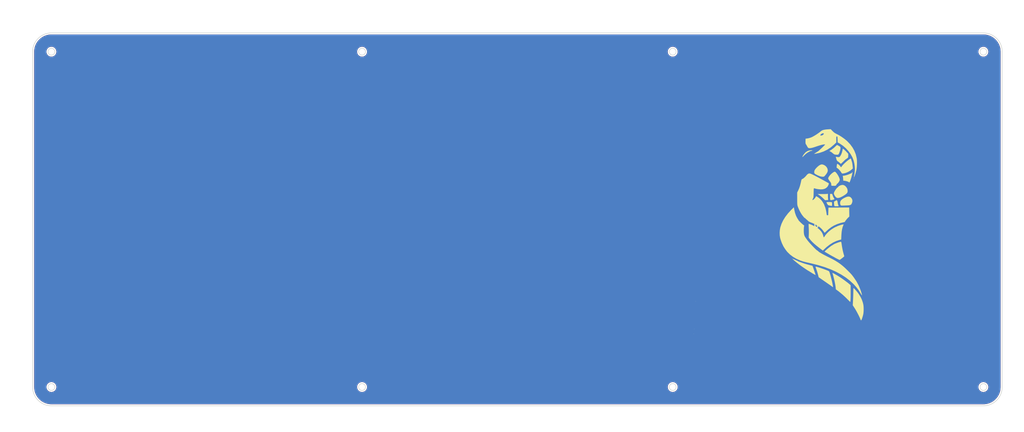
<source format=kicad_pcb>
(kicad_pcb (version 20240108) (generator "pcbnew") (generator_version "8.0")
  (layers (0 "F.Cu" signal) (31 "B.Cu" signal) (34 "B.Paste" user) (35 "F.Paste" user) (36 "B.SilkS" user "B.Silkscreen") (37 "F.SilkS" user "F.Silkscreen") (38 "B.Mask" user) (39 "F.Mask" user) (44 "Edge.Cuts" user))
  (net 0 "")
  (footprint "local:boethia_logo" (layer "F.Cu") (at 268.351 78.867)
    (property "Reference" "G***" (at 0 0 0) (layer "F.SilkS") (effects (font (size 1.5 1.5) (thickness 0.3))))
    (property "Value" "LOGO" (hide yes))
    (fp_poly (pts (xy -40.77592 34.786956) (xy -40.818395 34.829431) (xy -40.86087 34.786956) (xy -40.818395 34.744481)) (fill solid) (layer "F.SilkS"))
    (fp_poly (pts (xy -40.69097 33.257859) (xy -40.733445 33.300334) (xy -40.77592 33.257859) (xy -40.733445 33.215385)) (fill solid) (layer "F.SilkS"))
    (fp_poly (pts (xy -40.181271 24.338127) (xy -40.223746 24.380602) (xy -40.266221 24.338127) (xy -40.223746 24.295652)) (fill solid) (layer "F.SilkS"))
    (fp_poly (pts (xy -9.514381 10.576254) (xy -9.556856 10.618729) (xy -9.599331 10.576254) (xy -9.556856 10.533779)) (fill solid) (layer "F.SilkS"))
    (fp_poly (pts (xy 12.997324 22.63913) (xy 12.954849 22.681605) (xy 12.912374 22.63913) (xy 12.954849 22.596655)) (fill solid) (layer "F.SilkS"))
    (fp_poly (pts (xy -2.746711 -23.927536) (xy -2.758372 -23.877034) (xy -2.803345 -23.870903) (xy -2.873268 -23.901985) (xy -2.859978 -23.927536) (xy -2.759162 -23.937703)) (fill solid) (layer "F.SilkS"))
    (fp_poly (pts (xy 10.335563 -15.177704) (xy 10.323902 -15.127201) (xy 10.27893 -15.12107) (xy 10.209006 -15.152152) (xy 10.222296 -15.177704) (xy 10.323112 -15.18787)) (fill solid) (layer "F.SilkS"))
    (fp_poly (pts (xy 10.252278 -14.981247) (xy 10.236455 -14.951171) (xy 10.156414 -14.870043) (xy 10.141478 -14.866221) (xy 10.135682 -14.921094) (xy 10.151505 -14.951171) (xy 10.231546 -15.032298) (xy 10.246482 -15.036121)) (fill solid) (layer "F.SilkS"))
    (fp_poly (pts (xy 2.001914 -9.543109) (xy 2.006704 -9.156659) (xy 2.025177 -8.732169) (xy 2.038796 -8.537458) (xy 2.081271 -8.027759) (xy 1.587571 -8.002126) (xy 1.093871 -7.976493) (xy 0.440748 -8.608641) (xy 0.098124 -8.922103) (xy -0.273797 -9.233423) (xy -0.616119 -9.494328) (xy -0.756481 -9.589959) (xy -1.300588 -9.939131) (xy 0.103636 -9.939131) (xy 0.594341 -9.942101) (xy 1.042205 -9.950309) (xy 1.412224 -9.962695) (xy 1.669393 -9.978204) (xy 1.757684 -9.989095) (xy 2.007508 -10.03906)) (fill solid) (layer "F.SilkS"))
    (fp_poly (pts (xy 3.558016 -9.388857) (xy 3.682782 -9.071766) (xy 3.812087 -8.801118) (xy 3.918764 -8.633526) (xy 3.922398 -8.629528) (xy 4.039461 -8.467685) (xy 4.077592 -8.358128) (xy 3.99698 -8.257858) (xy 3.771989 -8.157682) (xy 3.427885 -8.06698) (xy 3.165795 -8.019616) (xy 2.929559 -7.995937) (xy 2.804437 -8.029201) (xy 2.741045 -8.123315) (xy 2.713172 -8.273733) (xy 2.691257 -8.54851) (xy 2.678238 -8.902132) (xy 2.67592 -9.132107) (xy 2.67592 -9.981605) (xy 3.012374 -9.981605) (xy 3.348828 -9.981605)) (fill solid) (layer "F.SilkS"))
    (fp_poly (pts (xy 4.945191 -7.814127) (xy 5.055211 -7.592432) (xy 5.09699 -7.352251) (xy 5.130165 -7.065115) (xy 5.217924 -6.694039) (xy 5.342618 -6.308863) (xy 5.393192 -6.1801) (xy 5.408264 -6.106525) (xy 5.358036 -6.062114) (xy 5.212234 -6.039669) (xy 4.940581 -6.031992) (xy 4.767898 -6.031438) (xy 4.427863 -6.03379) (xy 4.220255 -6.048624) (xy 4.1076 -6.087613) (xy 4.052427 -6.162426) (xy 4.022567 -6.263573) (xy 3.988989 -6.478059) (xy 3.964749 -6.782173) (xy 3.957236 -6.99921) (xy 3.950167 -7.502713) (xy 4.37178 -7.752152) (xy 4.793392 -8.00159)) (fill solid) (layer "F.SilkS"))
    (fp_poly (pts (xy 2.734301 -7.384622) (xy 3.026402 -7.368425) (xy 3.211604 -7.344806) (xy 3.256444 -7.326923) (xy 3.292312 -7.191661) (xy 3.315474 -6.961023) (xy 3.325286 -6.688534) (xy 3.321103 -6.427719) (xy 3.302279 -6.232104) (xy 3.270568 -6.155481) (xy 3.14695 -6.159831) (xy 2.912485 -6.191228) (xy 2.67592 -6.232233) (xy 2.381672 -6.297568) (xy 2.144518 -6.36736) (xy 2.038796 -6.413712) (xy 1.937144 -6.529604) (xy 1.802105 -6.739076) (xy 1.666936 -6.982571) (xy 1.564895 -7.200532) (xy 1.528861 -7.326923) (xy 1.607892 -7.353741) (xy 1.820722 -7.374989) (xy 2.131272 -7.387947) (xy 2.373582 -7.390636)) (fill solid) (layer "F.SilkS"))
    (fp_poly (pts (xy 9.003863 -9.059507) (xy 9.311226 -8.857478) (xy 9.372406 -8.800857) (xy 9.674422 -8.400368) (xy 9.818511 -7.947075) (xy 9.802974 -7.454946) (xy 9.626115 -6.937947) (xy 9.604145 -6.894379) (xy 9.460497 -6.66287) (xy 9.288147 -6.504082) (xy 9.052014 -6.403081) (xy 8.717019 -6.344931) (xy 8.248081 -6.3147) (xy 8.241942 -6.314462) (xy 7.793157 -6.296693) (xy 7.320109 -6.27711) (xy 6.908288 -6.259274) (xy 6.818755 -6.255223) (xy 6.471299 -6.248408) (xy 6.252566 -6.270819) (xy 6.122998 -6.328273) (xy 6.086854 -6.362857) (xy 5.937384 -6.655792) (xy 5.886917 -7.056562) (xy 5.911454 -7.368172) (xy 6.037865 -7.735098) (xy 6.309042 -8.081826) (xy 6.733892 -8.417492) (xy 7.198191 -8.688281) (xy 7.777058 -8.960113) (xy 8.257287 -9.111887) (xy 8.659386 -9.144664)) (fill solid) (layer "F.SilkS"))
    (fp_poly (pts (xy 0.238358 -19.411767) (xy 0.764198 -19.238202) (xy 1.222833 -18.94254) (xy 1.589795 -18.552062) (xy 1.840614 -18.094052) (xy 1.950822 -17.595793) (xy 1.953846 -17.49901) (xy 1.9045 -17.146151) (xy 1.748024 -16.767302) (xy 1.471758 -16.337144) (xy 1.200564 -15.992238) (xy 0.982204 -15.737484) (xy 0.822994 -15.587133) (xy 0.676499 -15.51248) (xy 0.496285 -15.48482) (xy 0.37095 -15.47939) (xy 0.042839 -15.500681) (xy -0.329514 -15.569151) (xy -0.509699 -15.619555) (xy -0.954534 -15.788154) (xy -1.431452 -16.005932) (xy -1.870371 -16.238927) (xy -2.144983 -16.411997) (xy -2.288216 -16.537408) (xy -2.357555 -16.690186) (xy -2.378121 -16.934161) (xy -2.378595 -17.005607) (xy -2.341327 -17.313302) (xy -2.219225 -17.621896) (xy -1.996848 -17.955728) (xy -1.658752 -18.339137) (xy -1.320251 -18.673582) (xy -0.833288 -19.075293) (xy -0.378872 -19.327136) (xy 0.034055 -19.424876)) (fill solid) (layer "F.SilkS"))
    (fp_poly (pts (xy 7.083226 -12.793349) (xy 7.489572 -12.55348) (xy 7.643053 -12.415028) (xy 7.976878 -12.025027) (xy 8.181108 -11.623664) (xy 8.286502 -11.159523) (xy 8.304512 -10.785503) (xy 8.235093 -10.475997) (xy 8.059145 -10.197897) (xy 7.757567 -9.918095) (xy 7.436927 -9.686857) (xy 6.728608 -9.243202) (xy 6.106373 -8.925234) (xy 5.575321 -8.734845) (xy 5.140554 -8.673932) (xy 4.849509 -8.725767) (xy 4.576895 -8.905855) (xy 4.311121 -9.202749) (xy 4.085899 -9.565493) (xy 3.934941 -9.943133) (xy 3.892646 -10.172015) (xy 3.927075 -10.365941) (xy 4.038789 -10.634453) (xy 4.206952 -10.946989) (xy 4.410727 -11.272986) (xy 4.629279 -11.581884) (xy 4.841771 -11.84312) (xy 5.027366 -12.026131) (xy 5.165229 -12.100357) (xy 5.202201 -12.092829) (xy 5.25306 -12.090587) (xy 5.235949 -12.129164) (xy 5.257473 -12.239909) (xy 5.404218 -12.387061) (xy 5.64247 -12.546977) (xy 5.938515 -12.696019) (xy 6.169194 -12.783541) (xy 6.64817 -12.868768)) (fill solid) (layer "F.SilkS"))
    (fp_poly (pts (xy 5.178254 -25.516692) (xy 5.386086 -25.413458) (xy 5.51774 -25.318076) (xy 5.52826 -25.3045) (xy 5.613037 -25.239771) (xy 5.63467 -25.244082) (xy 5.753166 -25.226668) (xy 5.883041 -25.096392) (xy 5.987922 -24.903443) (xy 6.031435 -24.69801) (xy 6.031438 -24.696606) (xy 6.002179 -24.395686) (xy 5.923781 -24.023618) (xy 5.810316 -23.622313) (xy 5.675852 -23.233678) (xy 5.534462 -22.899625) (xy 5.400215 -22.662063) (xy 5.319726 -22.576719) (xy 5.166061 -22.537083) (xy 4.905424 -22.522021) (xy 4.598793 -22.530437) (xy 4.307145 -22.561231) (xy 4.135997 -22.59803) (xy 3.940672 -22.69555) (xy 3.693043 -22.869885) (xy 3.528556 -23.009442) (xy 3.250175 -23.238839) (xy 2.948361 -23.447636) (xy 2.800454 -23.532578) (xy 2.440874 -23.716023) (xy 2.859895 -23.955336) (xy 3.113374 -24.112349) (xy 3.315086 -24.259005) (xy 3.391331 -24.3301) (xy 3.513608 -24.441127) (xy 3.573998 -24.465552) (xy 3.661653 -24.520578) (xy 3.841538 -24.668871) (xy 4.084075 -24.885249) (xy 4.263724 -25.052763) (xy 4.883198 -25.639975)) (fill solid) (layer "F.SilkS"))
    (fp_poly (pts (xy -3.153537 -23.942174) (xy -3.000986 -23.907224) (xy -2.973244 -23.880357) (xy -3.046033 -23.824485) (xy -3.218991 -23.763687) (xy -3.424009 -23.716439) (xy -3.592975 -23.701216) (xy -3.62141 -23.704541) (xy -3.716058 -23.659308) (xy -3.728295 -23.644547) (xy -3.828296 -23.569682) (xy -4.030663 -23.452162) (xy -4.205017 -23.361204) (xy -4.452816 -23.22502) (xy -4.636739 -23.101473) (xy -4.6977 -23.042642) (xy -4.809455 -22.945938) (xy -4.850463 -22.936455) (xy -4.94329 -22.879952) (xy -5.124748 -22.727813) (xy -5.364905 -22.506098) (xy -5.533491 -22.341806) (xy -5.789213 -22.090663) (xy -5.99738 -21.891982) (xy -6.130744 -21.771441) (xy -6.164411 -21.747157) (xy -6.161974 -21.815295) (xy -6.11217 -21.970627) (xy -5.995788 -22.201975) (xy -5.814815 -22.478617) (xy -5.594949 -22.770357) (xy -5.361886 -23.047) (xy -5.141324 -23.278347) (xy -4.958961 -23.434204) (xy -4.840493 -23.484374) (xy -4.827855 -23.4798) (xy -4.760319 -23.497294) (xy -4.757191 -23.519987) (xy -4.680759 -23.605947) (xy -4.481012 -23.705355) (xy -4.202272 -23.80403) (xy -3.888863 -23.887793) (xy -3.585108 -23.942463) (xy -3.394807 -23.955853)) (fill solid) (layer "F.SilkS"))
    (fp_poly (pts (xy 10.292958 20.196782) (xy 10.479227 20.370515) (xy 10.722314 20.628385) (xy 10.999702 20.944469) (xy 11.288876 21.292841) (xy 11.567317 21.64758) (xy 11.812508 21.982759) (xy 11.886283 22.090624) (xy 12.429278 22.980107) (xy 12.842525 23.842698) (xy 13.147764 24.728432) (xy 13.298882 25.341841) (xy 13.370648 25.829659) (xy 13.409732 26.425104) (xy 13.41628 27.069106) (xy 13.390442 27.702595) (xy 13.332365 28.266501) (xy 13.290951 28.505515) (xy 13.199927 28.892565) (xy 13.085569 29.300932) (xy 12.959878 29.69591) (xy 12.834854 30.042795) (xy 12.7225 30.306882) (xy 12.634815 30.453466) (xy 12.611327 30.470877) (xy 12.53091 30.417583) (xy 12.438184 30.249671) (xy 12.411382 30.179669) (xy 12.273676 29.834624) (xy 12.066824 29.380494) (xy 11.809618 28.853562) (xy 11.520853 28.290113) (xy 11.219323 27.726431) (xy 10.92382 27.1988) (xy 10.653139 26.743505) (xy 10.536035 26.558995) (xy 9.933565 25.636719) (xy 10.021248 24.09545) (xy 10.051755 23.483281) (xy 10.077652 22.818807) (xy 10.096922 22.165368) (xy 10.107544 21.586303) (xy 10.108981 21.343645) (xy 10.114083 20.911247) (xy 10.128082 20.547394) (xy 10.14907 20.282054) (xy 10.17514 20.145195) (xy 10.186026 20.13311)) (fill solid) (layer "F.SilkS"))
    (fp_poly (pts (xy -1.823301 13.27736) (xy -1.564802 13.337748) (xy -1.200047 13.440825) (xy -0.755357 13.577866) (xy -0.257054 13.740145) (xy 0.268541 13.918938) (xy 0.795105 14.105518) (xy 1.296317 14.291161) (xy 1.745856 14.467141) (xy 2.042899 14.591738) (xy 2.221449 14.674197) (xy 2.344315 14.758763) (xy 2.434937 14.881973) (xy 2.516754 15.080367) (xy 2.613206 15.390481) (xy 2.661923 15.556693) (xy 2.766856 15.918935) (xy 2.85649 16.234121) (xy 2.917951 16.456706) (xy 2.934984 16.522742) (xy 2.973206 16.676405) (xy 3.042444 16.948635) (xy 3.130996 17.293556) (xy 3.183167 17.495599) (xy 3.27118 17.857041) (xy 3.361982 18.265836) (xy 3.449144 18.688084) (xy 3.526235 19.089886) (xy 3.586827 19.437342) (xy 3.624488 19.696552) (xy 3.63279 19.833618) (xy 3.628896 19.845575) (xy 3.554175 19.814535) (xy 3.398649 19.70785) (xy 3.352928 19.672952) (xy 3.218966 19.57458) (xy 2.965565 19.393993) (xy 2.613101 19.145502) (xy 2.181951 18.843417) (xy 1.692493 18.502047) (xy 1.165104 18.135702) (xy 1.072586 18.071585) (xy -0.955496 16.66655) (xy -1.197008 15.728692) (xy -1.330479 15.247738) (xy -1.489545 14.730303) (xy -1.649228 14.255723) (xy -1.727868 14.042741) (xy -1.845867 13.717822) (xy -1.925638 13.458268) (xy -1.95697 13.299799) (xy -1.949222 13.268387)) (fill solid) (layer "F.SilkS"))
    (fp_poly (pts (xy 6.97364 -24.334117) (xy 7.123402 -24.224773) (xy 7.352076 -24.020222) (xy 7.625622 -23.752173) (xy 7.847594 -23.520104) (xy 8.494983 -22.823253) (xy 8.493682 -22.263968) (xy 8.484071 -21.964152) (xy 8.460246 -21.730341) (xy 8.42997 -21.619249) (xy 8.327834 -21.519246) (xy 8.150991 -21.375138) (xy 7.951408 -21.225883) (xy 7.781053 -21.110438) (xy 7.694028 -21.067559) (xy 7.619002 -21.010894) (xy 7.449862 -20.856563) (xy 7.2116 -20.628056) (xy 6.929209 -20.348865) (xy 6.925836 -20.345485) (xy 6.640772 -20.065388) (xy 6.396589 -19.835932) (xy 6.219178 -19.680734) (xy 6.134429 -19.623413) (xy 6.134305 -19.623411) (xy 6.036443 -19.679723) (xy 5.876474 -19.820848) (xy 5.813719 -19.884212) (xy 5.568988 -20.106143) (xy 5.298966 -20.305479) (xy 5.26689 -20.325539) (xy 5.035186 -20.485468) (xy 4.88417 -20.656991) (xy 4.774571 -20.897096) (xy 4.697021 -21.152508) (xy 4.620533 -21.428387) (xy 4.55497 -21.663675) (xy 4.538506 -21.722376) (xy 4.516477 -21.843806) (xy 4.573944 -21.87496) (xy 4.750463 -21.834017) (xy 4.769547 -21.828563) (xy 5.060742 -21.771458) (xy 5.367376 -21.747166) (xy 5.371983 -21.747157) (xy 5.58232 -21.767272) (xy 5.738775 -21.852785) (xy 5.903186 -22.04145) (xy 5.943195 -22.095891) (xy 6.234468 -22.601251) (xy 6.475675 -23.230905) (xy 6.644473 -23.910409) (xy 6.747075 -24.451279)) (fill solid) (layer "F.SilkS"))
    (fp_poly (pts (xy 4.34287 -17.037738) (xy 4.557146 -16.851537) (xy 4.798216 -16.567091) (xy 5.047563 -16.214002) (xy 5.286671 -15.821877) (xy 5.497024 -15.420318) (xy 5.660105 -15.038931) (xy 5.757397 -14.70732) (xy 5.776589 -14.533691) (xy 5.75703 -14.318253) (xy 5.708054 -14.196636) (xy 5.686625 -14.186622) (xy 5.630236 -14.140421) (xy 5.639193 -14.117806) (xy 5.615974 -14.015264) (xy 5.508684 -13.835675) (xy 5.352229 -13.62328) (xy 5.181512 -13.422318) (xy 5.031439 -13.277031) (xy 4.93948 -13.230937) (xy 4.862527 -13.203811) (xy 4.863378 -13.177455) (xy 4.831274 -13.066697) (xy 4.725041 -12.885991) (xy 4.690935 -12.837656) (xy 4.5851 -12.704409) (xy 4.478313 -12.625488) (xy 4.324666 -12.586685) (xy 4.078249 -12.573792) (xy 3.834357 -12.572575) (xy 3.513572 -12.579375) (xy 3.26194 -12.59739) (xy 3.12493 -12.62304) (xy 3.114827 -12.629209) (xy 3.080366 -12.742042) (xy 3.060289 -12.959405) (xy 3.058194 -13.062971) (xy 3.016074 -13.394675) (xy 2.86631 -13.684529) (xy 2.817755 -13.749648) (xy 2.62554 -14.006918) (xy 2.406681 -14.313627) (xy 2.302281 -14.465172) (xy 2.147513 -14.708944) (xy 2.080626 -14.877368) (xy 2.085665 -15.029574) (xy 2.118931 -15.14477) (xy 2.275006 -15.460289) (xy 2.530093 -15.813965) (xy 2.852346 -16.175559) (xy 3.20992 -16.514831) (xy 3.57097 -16.801542) (xy 3.903649 -17.005453) (xy 4.173904 -17.096087)) (fill solid) (layer "F.SilkS"))
    (fp_poly (pts (xy 9.32559 -21.248947) (xy 9.413297 -21.06381) (xy 9.499268 -20.819867) (xy 9.552286 -20.616505) (xy 9.603381 -20.448362) (xy 9.626751 -20.38796) (xy 9.71123 -20.10969) (xy 9.792212 -19.706005) (xy 9.861899 -19.221334) (xy 9.904027 -18.808135) (xy 9.960633 -18.129391) (xy 9.531187 -17.743283) (xy 9.007339 -17.344846) (xy 8.394584 -16.994501) (xy 7.759868 -16.72683) (xy 7.327541 -16.60486) (xy 6.949103 -16.528591) (xy 6.696874 -16.498347) (xy 6.5313 -16.522895) (xy 6.412825 -16.610997) (xy 6.301896 -16.771419) (xy 6.260449 -16.841304) (xy 5.988054 -17.242712) (xy 5.652586 -17.645472) (xy 5.304048 -17.99341) (xy 5.065623 -18.183583) (xy 4.767215 -18.388055) (xy 4.815586 -18.942021) (xy 4.850676 -19.238601) (xy 4.894677 -19.467645) (xy 4.934567 -19.573258) (xy 5.047711 -19.583152) (xy 5.236675 -19.493627) (xy 5.46408 -19.331962) (xy 5.692545 -19.125433) (xy 5.884691 -18.901316) (xy 5.914577 -18.858138) (xy 6.05649 -18.65963) (xy 6.164069 -18.53757) (xy 6.194311 -18.519064) (xy 6.269651 -18.584821) (xy 6.383574 -18.746631) (xy 6.405153 -18.7823) (xy 6.585164 -19.027419) (xy 6.870884 -19.346577) (xy 7.232693 -19.711093) (xy 7.640968 -20.092288) (xy 8.066086 -20.461483) (xy 8.478425 -20.789997) (xy 8.480381 -20.791472) (xy 8.779731 -21.012013) (xy 9.030964 -21.187785) (xy 9.202273 -21.297074) (xy 9.258172 -21.322408)) (fill solid) (layer "F.SilkS"))
    (fp_poly (pts (xy 9.839034 -16.913874) (xy 9.823669 -16.761456) (xy 9.809386 -16.674341) (xy 9.696188 -16.106439) (xy 9.541279 -15.480498) (xy 9.364158 -14.868347) (xy 9.184326 -14.341818) (xy 9.157101 -14.271572) (xy 9.038573 -13.974777) (xy 8.946221 -13.748628) (xy 8.895709 -13.631315) (xy 8.891112 -13.623096) (xy 8.821721 -13.659601) (xy 8.672835 -13.763525) (xy 8.664883 -13.769414) (xy 8.435155 -13.890216) (xy 8.099591 -14.009616) (xy 7.721474 -14.109922) (xy 7.364084 -14.173441) (xy 7.172552 -14.186622) (xy 6.905214 -14.186622) (xy 6.896118 -14.314047) (xy 6.965886 -14.314047) (xy 7.008361 -14.271572) (xy 7.050836 -14.314047) (xy 7.135786 -14.314047) (xy 7.178261 -14.271572) (xy 7.220736 -14.314047) (xy 7.178261 -14.356522) (xy 7.135786 -14.314047) (xy 7.050836 -14.314047) (xy 7.008361 -14.356522) (xy 6.965886 -14.314047) (xy 6.896118 -14.314047) (xy 6.858219 -14.844983) (xy 6.828211 -15.18065) (xy 6.792083 -15.462977) (xy 6.756935 -15.637983) (xy 6.752042 -15.652007) (xy 6.740252 -15.757847) (xy 6.845728 -15.797364) (xy 6.943209 -15.800669) (xy 7.253633 -15.83372) (xy 7.663765 -15.922464) (xy 8.119098 -16.051291) (xy 8.565129 -16.204588) (xy 8.94735 -16.366746) (xy 8.985416 -16.385592) (xy 9.251416 -16.507013) (xy 9.458186 -16.577704) (xy 9.560254 -16.582518) (xy 9.590792 -16.579842) (xy 9.574827 -16.613777) (xy 9.592817 -16.729664) (xy 9.693033 -16.850325) (xy 9.801346 -16.934638)) (fill solid) (layer "F.SilkS"))
    (fp_poly (pts (xy 3.453692 15.248495) (xy 3.592258 15.343024) (xy 3.624493 15.352311) (xy 3.751305 15.405992) (xy 3.991812 15.532449) (xy 4.315869 15.714036) (xy 4.693333 15.933107) (xy 5.09406 16.172016) (xy 5.487905 16.413116) (xy 5.844725 16.63876) (xy 6.031438 16.761349) (xy 6.441669 17.042655) (xy 6.904362 17.370874) (xy 7.387919 17.722493) (xy 7.860742 18.073997) (xy 8.291232 18.401871) (xy 8.647792 18.682602) (xy 8.898822 18.892675) (xy 8.915192 18.907342) (xy 9.259532 19.218432) (xy 9.258597 21.565905) (xy 9.255845 22.411372) (xy 9.24793 23.098171) (xy 9.234258 23.637471) (xy 9.214233 24.040443) (xy 9.187258 24.318255) (xy 9.152737 24.482079) (xy 9.110076 24.543083) (xy 9.099754 24.543842) (xy 9.025065 24.483846) (xy 8.854305 24.323002) (xy 8.609423 24.082682) (xy 8.312367 23.784257) (xy 8.155184 23.624081) (xy 7.753562 23.22505) (xy 7.305832 22.799741) (xy 6.864626 22.397099) (xy 6.482574 22.066068) (xy 6.457246 22.045057) (xy 6.137569 21.780263) (xy 5.860336 21.549394) (xy 5.654947 21.377016) (xy 5.550803 21.287697) (xy 5.550101 21.28706) (xy 5.430967 21.192421) (xy 5.219966 21.036354) (xy 4.987231 20.869974) (xy 4.52554 20.544964) (xy 4.471095 19.959153) (xy 4.405262 19.441747) (xy 4.296699 18.806024) (xy 4.155067 18.095291) (xy 3.990023 17.352852) (xy 3.811227 16.622011) (xy 3.628339 15.946075) (xy 3.451018 15.368347) (xy 3.439314 15.333445) (xy 3.420401 15.232597)) (fill solid) (layer "F.SilkS"))
    (fp_poly (pts (xy 6.218535 5.335057) (xy 6.267873 5.454347) (xy 6.322716 5.693655) (xy 6.37207 6.003902) (xy 6.37695 6.042342) (xy 6.477267 6.734499) (xy 6.61084 7.482696) (xy 6.764739 8.222473) (xy 6.926035 8.889371) (xy 7.005193 9.174582) (xy 7.100192 9.504287) (xy 7.173614 9.770698) (xy 7.214302 9.932819) (xy 7.218953 9.960156) (xy 7.156663 10.039355) (xy 6.99066 10.191001) (xy 6.75511 10.388271) (xy 6.48418 10.60434) (xy 6.212038 10.812383) (xy 5.97285 10.985577) (xy 5.800782 11.097097) (xy 5.73638 11.124128) (xy 5.627746 11.085797) (xy 5.405067 10.985966) (xy 5.105018 10.841555) (xy 4.884615 10.73116) (xy 4.558725 10.56255) (xy 4.292993 10.419539) (xy 4.121924 10.321013) (xy 4.077592 10.289473) (xy 3.980329 10.224058) (xy 3.78601 10.122289) (xy 3.695318 10.079124) (xy 3.506275 9.982184) (xy 3.205093 9.816746) (xy 2.825325 9.601715) (xy 2.400525 9.355997) (xy 2.136397 9.200761) (xy 0.917276 8.479728) (xy 1.159474 8.220754) (xy 1.38519 7.999433) (xy 1.694444 7.722901) (xy 2.052608 7.419273) (xy 2.425056 7.116661) (xy 2.777159 6.843178) (xy 3.074291 6.626936) (xy 3.281824 6.496049) (xy 3.28735 6.493201) (xy 3.496788 6.379875) (xy 3.633138 6.293661) (xy 3.652843 6.276191) (xy 3.791784 6.170996) (xy 4.046004 6.037074) (xy 4.381755 5.886804) (xy 4.765291 5.732564) (xy 5.162863 5.586733) (xy 5.540725 5.461692) (xy 5.865128 5.369818) (xy 6.102325 5.323491)) (fill solid) (layer "F.SilkS"))
    (fp_poly (pts (xy -9.373171 10.682441) (xy -9.276994 10.780955) (xy -9.240436 10.788629) (xy -9.128356 10.823051) (xy -8.902641 10.915349) (xy -8.602435 11.049066) (xy -8.432159 11.128428) (xy -8.110775 11.276783) (xy -7.845795 11.392306) (xy -7.675523 11.458623) (xy -7.637152 11.468227) (xy -7.561604 11.527235) (xy -7.560535 11.539019) (xy -7.492846 11.608097) (xy -7.454348 11.614718) (xy -7.335814 11.645585) (xy -7.095768 11.725509) (xy -6.770975 11.841789) (xy -6.456187 11.959551) (xy -5.985559 12.128223) (xy -5.431381 12.310629) (xy -4.875243 12.480553) (xy -4.544816 12.573652) (xy -4.142519 12.682613) (xy -3.793231 12.778627) (xy -3.533546 12.851538) (xy -3.400057 12.891192) (xy -3.397993 12.891897) (xy -3.197697 12.94116) (xy -3.121948 12.952444) (xy -2.979588 12.984135) (xy -2.944285 13.004362) (xy -2.899306 13.103887) (xy -2.81403 13.329909) (xy -2.698758 13.651919) (xy -2.563794 14.039405) (xy -2.419441 14.461859) (xy -2.276003 14.888769) (xy -2.143784 15.289624) (xy -2.033085 15.633916) (xy -1.954211 15.891132) (xy -1.917465 16.030764) (xy -1.916846 16.046835) (xy -1.951247 16.018526) (xy -1.953846 15.984727) (xy -2.020084 15.891763) (xy -2.055092 15.885619) (xy -2.167648 15.844592) (xy -2.380046 15.738266) (xy -2.648296 15.591775) (xy -2.928407 15.430254) (xy -3.176388 15.278834) (xy -3.348249 15.16265) (xy -3.397993 15.118368) (xy -3.505 15.048695) (xy -3.631605 14.99937) (xy -3.779802 14.923789) (xy -3.822743 14.860496) (xy -3.888886 14.785185) (xy -3.918572 14.781271) (xy -4.032294 14.734175) (xy -4.261462 14.60284) (xy -4.58357 14.402195) (xy -4.976108 14.147169) (xy -5.416568 13.852691) (xy -5.882443 13.53369) (xy -6.351225 13.205094) (xy -6.800404 12.881833) (xy -6.965886 12.760079) (xy -7.382331 12.44515) (xy -5.521739 12.44515) (xy -5.479264 12.487625) (xy -5.436789 12.44515) (xy -5.479264 12.402675) (xy -5.521739 12.44515) (xy -7.382331 12.44515) (xy -7.435822 12.404698) (xy -7.897608 12.042503) (xy -8.331796 11.690072) (xy -8.718939 11.363981) (xy -9.039588 11.080807) (xy -9.274295 10.857128) (xy -9.403611 10.70952) (xy -9.422725 10.665962) (xy -9.394298 10.642884)) (fill solid) (layer "F.SilkS"))
    (fp_poly (pts (xy -4.012487 -0.394086) (xy -3.781591 -0.314143) (xy -3.49102 -0.202992) (xy -3.185316 -0.078704) (xy -2.909016 0.040651) (xy -2.706663 0.137002) (xy -2.623947 0.190013) (xy -2.550987 0.251918) (xy -2.538997 0.24964) (xy -2.421359 0.252952) (xy -2.260902 0.318166) (xy -2.141664 0.405819) (xy -2.123746 0.444632) (xy -2.090998 0.499162) (xy -2.072992 0.487262) (xy -1.966432 0.492705) (xy -1.763722 0.593808) (xy -1.493224 0.770627) (xy -1.183297 1.003222) (xy -0.862302 1.27165) (xy -0.571694 1.542917) (xy -0.091965 2.089349) (xy 0.248046 2.65035) (xy 0.475327 3.273283) (xy 0.521646 3.461706) (xy 0.587964 3.709032) (xy 0.65218 3.870979) (xy 0.68583 3.907692) (xy 0.76162 3.841152) (xy 0.890706 3.669221) (xy 1.003455 3.495736) (xy 1.316188 3.060264) (xy 1.735817 2.581126) (xy 2.222358 2.100048) (xy 2.735825 1.658756) (xy 2.845819 1.573146) (xy 3.131098 1.366968) (xy 3.453737 1.151758) (xy 3.78402 0.944969) (xy 4.092233 0.764051) (xy 4.348657 0.626455) (xy 4.523578 0.549633) (xy 4.587291 0.550446) (xy 4.635566 0.547199) (xy 4.707744 0.486332) (xy 4.844714 0.404775) (xy 5.103592 0.293578) (xy 5.442181 0.167099) (xy 5.818284 0.039693) (xy 6.189704 -0.074282) (xy 6.514245 -0.16047) (xy 6.73246 -0.20255) (xy 7.036047 -0.240204) (xy 6.904288 0.071035) (xy 6.681005 0.683918) (xy 6.512928 1.349879) (xy 6.39385 2.102462) (xy 6.317563 2.975209) (xy 6.298553 3.344176) (xy 6.243813 4.607081) (xy 5.649164 4.759332) (xy 4.636974 5.095601) (xy 3.615488 5.582731) (xy 2.610826 6.205415) (xy 1.649107 6.948346) (xy 1.162805 7.388424) (xy 0.382274 8.134567) (xy 0.127425 7.948501) (xy -0.857017 7.21271) (xy -1.700243 6.544863) (xy -2.412482 5.935898) (xy -3.003967 5.376757) (xy -3.484928 4.858378) (xy -3.783663 4.484982) (xy -4.143073 4.000398) (xy -4.105089 2.91341) (xy -4.095658 2.365829) (xy -4.099909 1.736732) (xy -4.116588 1.113847) (xy -4.136666 0.700836) (xy -4.157544 0.286338) (xy -4.165933 -0.059397) (xy -4.161763 -0.305256) (xy -4.144965 -0.420127) (xy -4.139169 -0.424749)) (fill solid) (layer "F.SilkS"))
    (fp_poly (pts (xy -8.739788 -4.912236) (xy -8.505579 -3.902937) (xy -8.187144 -2.999257) (xy -7.792765 -2.223319) (xy -7.651228 -2.004668) (xy -7.505995 -1.783443) (xy -7.411394 -1.619894) (xy -7.390636 -1.566581) (xy -7.331649 -1.475803) (xy -7.173905 -1.30036) (xy -6.946224 -1.067792) (xy -6.677428 -0.805635) (xy -6.396338 -0.541428) (xy -6.131776 -0.302709) (xy -5.912564 -0.117016) (xy -5.767522 -0.011887) (xy -5.758251 -0.006887) (xy -5.608114 0.092118) (xy -5.563893 0.169182) (xy -5.564864 0.170951) (xy -5.616293 0.338003) (xy -5.659132 0.633823) (xy -5.691218 1.017404) (xy -5.710389 1.447735) (xy -5.714482 1.883807) (xy -5.701335 2.284612) (xy -5.686232 2.472658) (xy -5.646628 2.806554) (xy -5.594967 3.085171) (xy -5.516645 3.33869) (xy -5.397055 3.597291) (xy -5.221593 3.891156) (xy -4.975651 4.250466) (xy -4.644625 4.705404) (xy -4.532134 4.857499) (xy -4.323021 5.122525) (xy -4.04297 5.452687) (xy -3.710974 5.828031) (xy -3.346025 6.228603) (xy -2.967116 6.634448) (xy -2.59324 7.025613) (xy -2.243389 7.382143) (xy -1.936557 7.684084) (xy -1.691735 7.911481) (xy -1.527917 8.044381) (xy -1.473824 8.07064) (xy -1.374862 8.124037) (xy -1.20065 8.260185) (xy -1.078383 8.367964) (xy -0.891499 8.535694) (xy -0.763373 8.643348) (xy -0.730905 8.664883) (xy -0.652757 8.705913) (xy -0.461867 8.816388) (xy -0.190606 8.977386) (xy 0.007678 9.096656) (xy 0.311207 9.270545) (xy 0.730529 9.497363) (xy 1.22786 9.757374) (xy 1.765418 10.03084) (xy 2.305419 10.298025) (xy 2.33612 10.312963) (xy 3.409472 10.853596) (xy 4.351876 11.373122) (xy 5.196416 11.894698) (xy 5.976176 12.441479) (xy 6.724239 13.036624) (xy 7.473691 13.703288) (xy 8.234557 14.441471) (xy 8.656351 14.864846) (xy 8.980873 15.192618) (xy 9.230488 15.449818) (xy 9.42756 15.66148) (xy 9.594453 15.852638) (xy 9.753532 16.048323) (xy 9.927161 16.27357) (xy 10.137704 16.55341) (xy 10.222926 16.667112) (xy 11.109531 17.975687) (xy 11.836767 19.327032) (xy 12.413089 20.737439) (xy 12.5515 21.154438) (xy 12.720222 21.702723) (xy 12.829556 22.094991) (xy 12.878427 22.334801) (xy 12.865764 22.425714) (xy 12.790493 22.371292) (xy 12.651542 22.175093) (xy 12.447837 21.840678) (xy 12.379827 21.724101) (xy 11.756439 20.740812) (xy 11.059097 19.826654) (xy 10.245496 18.926732) (xy 10.14493 18.824068) (xy 8.954893 17.724403) (xy 7.636578 16.708624) (xy 6.186365 15.774976) (xy 4.600635 14.921705) (xy 2.875767 14.147058) (xy 1.008142 13.44928) (xy -1.00586 12.826617) (xy -3.16986 12.277314) (xy -3.535407 12.194977) (xy -4.285009 12.027121) (xy -4.897459 11.884833) (xy -5.402134 11.759989) (xy -5.828408 11.644463) (xy -6.205656 11.53013) (xy -6.563253 11.408866) (xy -6.930573 11.272546) (xy -7.08066 11.214386) (xy -8.167113 10.718422) (xy -9.183537 10.113286) (xy -10.101599 9.418768) (xy -10.892971 8.654656) (xy -11.119372 8.393172) (xy -11.368681 8.072987) (xy -11.633501 7.702993) (xy -11.891564 7.317884) (xy -12.120604 6.952359) (xy -12.298357 6.641111) (xy -12.402555 6.418838) (xy -12.416936 6.371237) (xy -12.472453 6.231178) (xy -12.496909 6.201338) (xy -12.565766 6.08832) (xy -12.67085 5.85) (xy -12.798743 5.523559) (xy -12.936027 5.146179) (xy -13.069286 4.755042) (xy -13.185101 4.387331) (xy -13.270056 4.080226) (xy -13.28466 4.018347) (xy -13.397191 3.26374) (xy -13.42439 2.429635) (xy -13.367688 1.582611) (xy -13.228516 0.789247) (xy -13.214003 0.730643) (xy -12.846031 -0.39187) (xy -12.312759 -1.516672) (xy -11.618536 -2.636838) (xy -10.767712 -3.745439) (xy -9.764636 -4.835547) (xy -9.6445 -4.954711) (xy -8.881989 -5.704405)) (fill solid) (layer "F.SilkS"))
    (fp_poly (pts (xy 3.336493 -30.232964) (xy 3.662827 -29.90397) (xy 3.932665 -29.66373) (xy 4.200759 -29.47258) (xy 4.521858 -29.290859) (xy 4.887877 -29.109114) (xy 5.567255 -28.744772) (xy 6.301029 -28.288061) (xy 7.034414 -27.776783) (xy 7.712621 -27.248744) (xy 8.183427 -26.83515) (xy 9.095804 -25.871784) (xy 9.8553 -24.844188) (xy 10.459155 -23.75745) (xy 10.904608 -22.616654) (xy 11.188898 -21.426886) (xy 11.217384 -21.24511) (xy 11.266157 -20.729591) (xy 11.284412 -20.104545) (xy 11.274117 -19.424984) (xy 11.237245 -18.745919) (xy 11.175767 -18.122358) (xy 11.091652 -17.609314) (xy 11.086234 -17.584615) (xy 10.985618 -17.171609) (xy 10.866035 -16.739142) (xy 10.737867 -16.318412) (xy 10.611498 -15.940613) (xy 10.497309 -15.636942) (xy 10.405683 -15.438596) (xy 10.35115 -15.37592) (xy 10.30206 -15.441284) (xy 10.313226 -15.524582) (xy 10.381037 -15.812112) (xy 10.450373 -16.218576) (xy 10.514999 -16.693182) (xy 10.568679 -17.185141) (xy 10.605179 -17.643664) (xy 10.618271 -18.009365) (xy 10.574791 -18.801288) (xy 10.452999 -19.64946) (xy 10.266561 -20.46728) (xy 10.189376 -20.727759) (xy 9.782424 -21.748771) (xy 9.225537 -22.745559) (xy 8.538678 -23.694134) (xy 7.741813 -24.570507) (xy 6.854905 -25.350687) (xy 5.897919 -26.010684) (xy 5.694226 -26.129338) (xy 5.105072 -26.461873) (xy 5.079793 -27.396321) (xy 5.066942 -27.805195) (xy 5.050272 -28.074593) (xy 5.022941 -28.234911) (xy 4.978108 -28.316546) (xy 4.908933 -28.349893) (xy 4.863378 -28.357915) (xy 4.781235 -28.363617) (xy 4.726815 -28.334127) (xy 4.69441 -28.241268) (xy 4.678317 -28.056863) (xy 4.672829 -27.752734) (xy 4.672241 -27.413937) (xy 4.672241 -26.442813) (xy 3.971405 -25.770527) (xy 2.923971 -24.87719) (xy 1.80475 -24.137835) (xy 0.613786 -23.552484) (xy -0.648879 -23.121158) (xy -1.6669 -22.894546) (xy -2.000305 -22.837191) (xy -2.265037 -22.793126) (xy -2.420328 -22.769073) (xy -2.443097 -22.766555) (xy -2.396232 -22.809152) (xy -2.235496 -22.923442) (xy -1.989893 -23.089178) (xy -1.834694 -23.191304) (xy -1.546133 -23.377625) (xy -1.315977 -23.522368) (xy -1.177576 -23.604746) (xy -1.153191 -23.616054) (xy -1.071645 -23.671446) (xy -0.893865 -23.822011) (xy -0.645282 -24.044333) (xy -0.351329 -24.314993) (xy -0.037436 -24.610576) (xy 0.270966 -24.907664) (xy 0.548446 -25.18284) (xy 0.549299 -25.183703) (xy 1.141072 -25.782274) (xy 0.878693 -25.808086) (xy 0.598711 -25.794076) (xy 0.175554 -25.713918) (xy -0.378819 -25.57075) (xy -1.052453 -25.367707) (xy -1.83339 -25.107928) (xy -1.966275 -25.061736) (xy -2.67461 -24.832069) (xy -3.251668 -24.685905) (xy -3.712607 -24.620589) (xy -4.072586 -24.633468) (xy -4.217359 -24.667728) (xy -4.36301 -24.78071) (xy -4.533916 -25.014629) (xy -4.642108 -25.209275) (xy -4.786443 -25.48208) (xy -4.916271 -25.702484) (xy -4.990675 -25.806962) (xy -5.087744 -25.95309) (xy -5.14616 -26.159093) (xy -5.171052 -26.459296) (xy -5.167544 -26.888027) (xy -5.164653 -26.971857) (xy -5.139465 -27.651171) (xy -4.598024 -27.717877) (xy -4.241315 -27.784676) (xy -3.81863 -27.896783) (xy -3.419207 -28.030413) (xy -3.405336 -28.035731) (xy -2.945423 -28.244914) (xy -2.397653 -28.545275) (xy -2.064557 -28.749926) (xy -0.424749 -28.749926) (xy -0.395973 -28.661955) (xy -0.280867 -28.642587) (xy -0.106187 -28.667399) (xy 0.159096 -28.738579) (xy 0.380662 -28.834433) (xy 0.397069 -28.844489) (xy 0.546121 -28.988977) (xy 0.647467 -29.170469) (xy 0.670292 -29.325041) (xy 0.648841 -29.366766) (xy 0.543053 -29.382748) (xy 0.34079 -29.363255) (xy 0.291794 -29.354735) (xy 0.016931 -29.254454) (xy -0.225475 -29.084219) (xy -0.386553 -28.885281) (xy -0.424749 -28.749926) (xy -2.064557 -28.749926) (xy -1.799198 -28.91296) (xy -1.187234 -29.324113) (xy -0.598933 -29.75488) (xy -0.100904 -30.156216) (xy 0.23012 -30.347051) (xy 0.722059 -30.493763) (xy 1.37154 -30.595551) (xy 1.934821 -30.640571) (xy 2.892718 -30.693117)) (fill solid) (layer "F.SilkS"))
    (fp_poly (pts (xy -3.774668 -16.51219) (xy -3.541337 -16.448931) (xy -3.239285 -16.329896) (xy -2.8468 -16.148102) (xy -2.342173 -15.896569) (xy -1.911371 -15.67567) (xy -1.541155 -15.482214) (xy -1.10013 -15.247866) (xy -0.611152 -14.985172) (xy -0.09707 -14.706676) (xy 0.419261 -14.42492) (xy 0.91499 -14.152451) (xy 1.367263 -13.901812) (xy 1.753229 -13.685548) (xy 2.050035 -13.516202) (xy 2.234828 -13.40632) (xy 2.28413 -13.372653) (xy 2.296974 -13.257629) (xy 2.239922 -13.044337) (xy 2.132351 -12.779064) (xy 1.993636 -12.508099) (xy 1.843154 -12.27773) (xy 1.807249 -12.233402) (xy 1.399505 -11.860076) (xy 0.908717 -11.603046) (xy 0.323654 -11.460075) (xy -0.36691 -11.428923) (xy -1.174207 -11.507352) (xy -1.529097 -11.568292) (xy -1.801492 -11.62565) (xy -2.006424 -11.679082) (xy -2.077677 -11.705954) (xy -2.222758 -11.754117) (xy -2.348363 -11.775099) (xy -2.417055 -11.778018) (xy -2.467222 -11.75435) (xy -2.502369 -11.680761) (xy -2.525997 -11.533918) (xy -2.541608 -11.29049) (xy -2.552705 -10.927142) (xy -2.56279 -10.420544) (xy -2.564332 -10.336271) (xy -2.576145 -9.792533) (xy -2.591234 -9.388087) (xy -2.613229 -9.092326) (xy -2.645762 -8.874643) (xy -2.692461 -8.704432) (xy -2.756959 -8.551084) (xy -2.782107 -8.500265) (xy -2.914192 -8.225288) (xy -2.962688 -8.073457) (xy -2.92978 -8.021256) (xy -2.824582 -8.042714) (xy -2.607242 -8.172653) (xy -2.354745 -8.400704) (xy -2.115735 -8.677184) (xy -1.944155 -8.94199) (xy -1.779453 -9.261571) (xy -1.505613 -9.123111) (xy -1.023366 -8.822857) (xy -0.532295 -8.419602) (xy -0.092982 -7.965418) (xy 0.053033 -7.783343) (xy 0.235729 -7.523571) (xy 0.426481 -7.225207) (xy 0.606888 -6.921119) (xy 0.758544 -6.644177) (xy 0.863048 -6.42725) (xy 0.901994 -6.303207) (xy 0.891238 -6.286288) (xy 0.896495 -6.225795) (xy 0.967256 -6.095151) (xy 1.075599 -5.861379) (xy 1.19493 -5.499035) (xy 1.314925 -5.048104) (xy 1.42526 -4.548573) (xy 1.515609 -4.040426) (xy 1.538671 -3.882113) (xy 1.589509 -3.526498) (xy 1.632418 -3.307878) (xy 1.681456 -3.194778) (xy 1.750678 -3.155721) (xy 1.854142 -3.159233) (xy 1.861139 -3.16004) (xy 2.081271 -3.185619) (xy 2.123746 -4.393989) (xy 2.166221 -5.602359) (xy 5.479264 -5.625761) (xy 8.792308 -5.649164) (xy 8.815497 -4.196398) (xy 8.838686 -2.743631) (xy 8.475698 -2.407995) (xy 8.226758 -2.156149) (xy 7.995512 -1.887092) (xy 7.900334 -1.758834) (xy 7.761028 -1.569478) (xy 7.657386 -1.45759) (xy 7.633457 -1.444728) (xy 7.574596 -1.37255) (xy 7.525976 -1.233066) (xy 7.408467 -1.04475) (xy 7.283154 -0.984156) (xy 6.052774 -0.692779) (xy 4.954624 -0.329838) (xy 3.961179 0.118407) (xy 3.044913 0.665695) (xy 2.178299 1.325765) (xy 1.592962 1.856016) (xy 1.271775 2.159388) (xy 1.052174 2.349982) (xy 0.919231 2.438677) (xy 0.858018 2.436351) (xy 0.849498 2.397785) (xy 0.82168 2.243223) (xy 0.78366 2.194537) (xy 0.699008 2.109735) (xy 0.57493 1.937108) (xy 0.550048 1.898155) (xy 0.099135 1.312978) (xy -0.499864 0.748671) (xy -1.225237 0.220304) (xy -2.055269 -0.257056) (xy -2.968248 -0.668338) (xy -3.355519 -0.812274) (xy -3.84756 -1.014923) (xy -4.202828 -1.235438) (xy -4.334703 -1.353209) (xy -4.593365 -1.596532) (xy -4.874383 -1.834705) (xy -4.952448 -1.895239) (xy -5.130039 -2.050669) (xy -5.220659 -2.17499) (xy -5.221861 -2.212827) (xy -5.23834 -2.257959) (xy -5.293463 -2.245518) (xy -5.423649 -2.277832) (xy -5.596409 -2.42813) (xy -5.640712 -2.480103) (xy -5.835644 -2.718547) (xy -6.021921 -2.942246) (xy -6.048169 -2.973244) (xy -6.363561 -3.397376) (xy -6.699556 -3.941185) (xy -7.03235 -4.560353) (xy -7.338137 -5.210563) (xy -7.593114 -5.847498) (xy -7.595273 -5.8535) (xy -7.667375 -6.059994) (xy -7.722255 -6.243802) (xy -7.762271 -6.432042) (xy -7.78978 -6.651831) (xy -7.807139 -6.930286) (xy -7.816706 -7.294523) (xy -7.820838 -7.771661) (xy -7.821893 -8.388816) (xy -7.82192 -8.460679) (xy -7.822585 -10.438773) (xy -7.521193 -11.037258) (xy -7.21188 -11.729302) (xy -6.945913 -12.499795) (xy -6.710811 -13.386811) (xy -6.625299 -13.770175) (xy -6.539028 -14.166644) (xy -6.471817 -14.429555) (xy -6.407786 -14.591618) (xy -6.33105 -14.68554) (xy -6.225728 -14.744031) (xy -6.135937 -14.777994) (xy -5.906658 -14.906628) (xy -5.614807 -15.134642) (xy -5.299988 -15.425675) (xy -5.001802 -15.743364) (xy -4.779119 -16.023808) (xy -4.570207 -16.241705) (xy -4.30962 -16.42199) (xy -4.279418 -16.437105) (xy -4.121999 -16.499295) (xy -3.960985 -16.526651)) (fill solid) (layer "F.SilkS"))
  )
  (gr_poly (pts (xy 221.107003 129.603002) (xy 221.413995 129.76) (xy 221.657006 130.003003) (xy 221.812997 130.310003) (xy 221.866998 130.649999) (xy 221.812997 130.989003) (xy 221.657006 131.296003) (xy 221.413995 131.538999) (xy 221.107003 131.695997) (xy 220.767007 131.749997) (xy 220.426995 131.695997) (xy 220.120996 131.538999) (xy 219.876992 131.296003) (xy 219.721002 130.989003) (xy 219.667001 130.649999) (xy 219.721002 130.310003) (xy 219.876992 130.003003) (xy 220.120996 129.76) (xy 220.426995 129.603002) (xy 220.767007 129.55)) (stroke (width 0.188976)) (fill none) (layer "Edge.Cuts"))
  (gr_poly (pts (xy 22.606 129.603002) (xy 22.913 129.76) (xy 23.156 130.003003) (xy 23.313 130.310003) (xy 23.367 130.649999) (xy 23.313 130.989003) (xy 23.156 131.296003) (xy 22.913 131.538999) (xy 22.606 131.695997) (xy 22.267 131.749997) (xy 21.927 131.695997) (xy 21.62 131.538999) (xy 21.377 131.296003) (xy 21.22 130.989003) (xy 21.167 130.649999) (xy 21.22 130.310003) (xy 21.377 130.003003) (xy 21.62 129.76) (xy 21.927 129.603002) (xy 22.267 129.55)) (stroke (width 0.188976)) (fill none) (layer "Edge.Cuts"))
  (gr_poly (pts (xy 121.857003 129.603002) (xy 122.163003 129.76) (xy 122.406999 130.003003) (xy 122.562997 130.310003) (xy 122.616998 130.649999) (xy 122.562997 130.989003) (xy 122.406999 131.296003) (xy 122.163003 131.538999) (xy 121.857003 131.695997) (xy 121.516999 131.749997) (xy 121.177003 131.695997) (xy 120.869996 131.538999) (xy 120.627 131.296003) (xy 120.471002 130.989003) (xy 120.417001 130.649999) (xy 120.471002 130.310003) (xy 120.627 130.003003) (xy 120.869996 129.76) (xy 121.177003 129.603002) (xy 121.516999 129.55)) (stroke (width 0.188976)) (fill none) (layer "Edge.Cuts"))
  (gr_poly (pts (xy 121.857003 22.352) (xy 122.163003 22.509) (xy 122.406999 22.752) (xy 122.562997 23.059) (xy 122.616998 23.399) (xy 122.562997 23.738) (xy 122.406999 24.045) (xy 122.163003 24.288) (xy 121.857003 24.445) (xy 121.516999 24.499) (xy 121.177003 24.445) (xy 120.869996 24.288) (xy 120.627 24.045) (xy 120.471002 23.738) (xy 120.417001 23.399) (xy 120.471002 23.059) (xy 120.627 22.752) (xy 120.869996 22.509) (xy 121.177003 22.352) (xy 121.516999 22.299)) (stroke (width 0.188976)) (fill none) (layer "Edge.Cuts"))
  (gr_poly (pts (xy 320.357003 129.603002) (xy 320.66401 129.76) (xy 320.906991 130.003003) (xy 321.064004 130.310003) (xy 321.11799 130.649999) (xy 321.064004 130.989003) (xy 320.906991 131.296003) (xy 320.66401 131.538999) (xy 320.357003 131.695997) (xy 320.018014 131.749997) (xy 319.677987 131.695997) (xy 319.371011 131.538999) (xy 319.128 131.296003) (xy 318.970987 130.989003) (xy 318.918008 130.649999) (xy 318.970987 130.310003) (xy 319.128 130.003003) (xy 319.371011 129.76) (xy 319.677987 129.603002) (xy 320.018014 129.55)) (stroke (width 0.188976)) (fill none) (layer "Edge.Cuts"))
  (gr_poly (pts (xy 22.606 22.352) (xy 22.913 22.509) (xy 23.156 22.752) (xy 23.313 23.059) (xy 23.367 23.399) (xy 23.313 23.738) (xy 23.156 24.045) (xy 22.913 24.288) (xy 22.606 24.445) (xy 22.267 24.499) (xy 21.927 24.445) (xy 21.62 24.288) (xy 21.377 24.045) (xy 21.22 23.738) (xy 21.167 23.399) (xy 21.22 23.059) (xy 21.377 22.752) (xy 21.62 22.509) (xy 21.927 22.352) (xy 22.267 22.299)) (stroke (width 0.188976)) (fill none) (layer "Edge.Cuts"))
  (gr_poly (pts (xy 320.357003 22.352) (xy 320.66401 22.509) (xy 320.906991 22.752) (xy 321.064004 23.059) (xy 321.11799 23.399) (xy 321.064004 23.738) (xy 320.906991 24.045) (xy 320.66401 24.288) (xy 320.357003 24.445) (xy 320.018014 24.499) (xy 319.677987 24.445) (xy 319.371011 24.288) (xy 319.128 24.045) (xy 318.970987 23.738) (xy 318.918008 23.399) (xy 318.970987 23.059) (xy 319.128 22.752) (xy 319.371011 22.509) (xy 319.677987 22.352) (xy 320.018014 22.299)) (stroke (width 0.188976)) (fill none) (layer "Edge.Cuts"))
  (gr_poly (pts (xy 221.107003 22.352) (xy 221.413995 22.509) (xy 221.657006 22.752) (xy 221.812997 23.059) (xy 221.866998 23.399) (xy 221.812997 23.738) (xy 221.657006 24.045) (xy 221.413995 24.288) (xy 221.107003 24.445) (xy 220.767007 24.499) (xy 220.426995 24.445) (xy 220.120996 24.288) (xy 219.876992 24.045) (xy 219.721002 23.738) (xy 219.667001 23.399) (xy 219.721002 23.059) (xy 219.876992 22.752) (xy 220.120996 22.509) (xy 220.426995 22.352) (xy 220.767007 22.299)) (stroke (width 0.188976)) (fill none) (layer "Edge.Cuts"))
  (gr_poly (pts (xy 320.487985 17.417) (xy 320.956002 17.472) (xy 321.418008 17.564) (xy 321.871987 17.692) (xy 322.314004 17.855) (xy 322.741006 18.052) (xy 323.151986 18.283) (xy 323.544015 18.544) (xy 323.91401 18.836) (xy 324.259988 19.156) (xy 324.579995 19.502) (xy 324.871987 19.872) (xy 325.133004 20.264) (xy 325.363992 20.675) (xy 325.561013 21.102) (xy 325.724008 21.544) (xy 325.851999 21.998) (xy 325.944009 22.46) (xy 325.999002 22.928) (xy 326.018014 23.399) (xy 326.018014 130.649) (xy 325.999002 131.12) (xy 325.944009 131.588003) (xy 325.851999 132.05) (xy 325.724008 132.504003) (xy 325.561013 132.945997) (xy 325.363992 133.372998) (xy 325.133004 133.784002) (xy 324.871987 134.176) (xy 324.579995 134.546003) (xy 324.259988 134.892003) (xy 323.91401 135.212003) (xy 323.544015 135.504003) (xy 323.151986 135.764997) (xy 322.741006 135.996) (xy 322.314004 136.192998) (xy 321.871987 136.356) (xy 321.418008 136.483999) (xy 320.956002 136.576002) (xy 320.487985 136.631002) (xy 320.018014 136.649) (xy 22.267 136.649) (xy 21.796 136.631002) (xy 21.328 136.576002) (xy 20.866 136.483999) (xy 20.412 136.356) (xy 19.97 136.192998) (xy 19.543 135.996) (xy 19.132 135.764997) (xy 18.74 135.504003) (xy 18.37 135.212003) (xy 18.024 134.892003) (xy 17.704 134.546003) (xy 17.412 134.176) (xy 17.151 133.784002) (xy 16.92 133.372998) (xy 16.723 132.945997) (xy 16.56 132.504003) (xy 16.432 132.05) (xy 16.34 131.588003) (xy 16.285 131.12) (xy 16.266 130.649) (xy 16.267 23.398) (xy 16.285 22.928) (xy 16.34 22.46) (xy 16.432 21.998) (xy 16.56 21.544) (xy 16.723 21.102) (xy 16.92 20.675) (xy 17.151 20.264) (xy 17.412 19.872) (xy 17.704 19.502) (xy 18.024 19.156) (xy 18.37 18.836) (xy 18.74 18.544) (xy 19.132 18.283) (xy 19.543 18.052) (xy 19.97 17.855) (xy 20.412 17.692) (xy 20.866 17.564) (xy 21.328 17.472) (xy 21.796 17.417) (xy 22.267 17.398) (xy 320.018014 17.398)) (stroke (width 0.188976)) (fill none) (layer "Edge.Cuts"))
  (zone (net 0) (net_name "") (layers "F&B.Cu") (connect_pads (clearance 0.5)) (min_thickness 0.25) (fill yes (thermal_gap 0.5) (thermal_bridge_width 0.5) (island_removal_mode 1) (island_area_min 10))
    (polygon (pts (xy 7.62 6.858) (xy 331.851 9.271) (xy 332.994 145.034) (xy 5.842 141.605)))
  )
)
</source>
